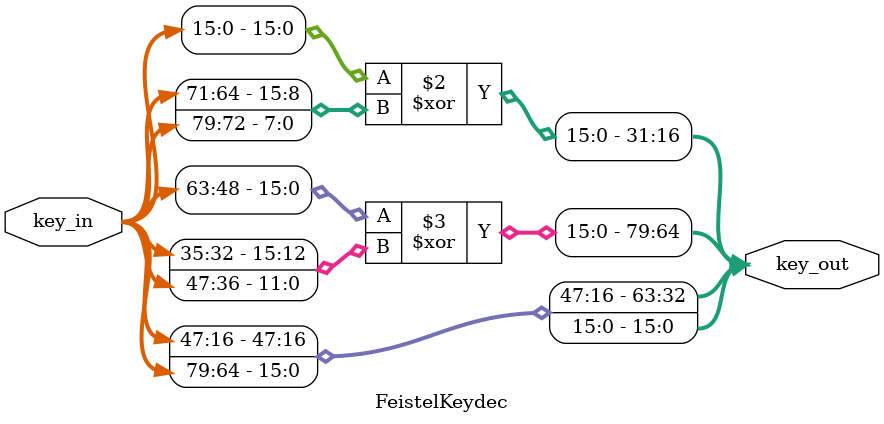
<source format=v>
module FeistelKeydec (input [79:0] key_in, output reg [79:0] key_out);

always @(*)  begin

key_out[15:0]  = key_in[79:64];
key_out[31:16] = key_in[15:0] ^ {key_in[71:64],key_in[79:72]};
key_out[47:32] = key_in[31:16];
key_out[63:48] = key_in[47:32];
key_out[79:64] = key_in[63:48] ^ {key_in[35:32],key_in[47:36]};

end
endmodule 
</source>
